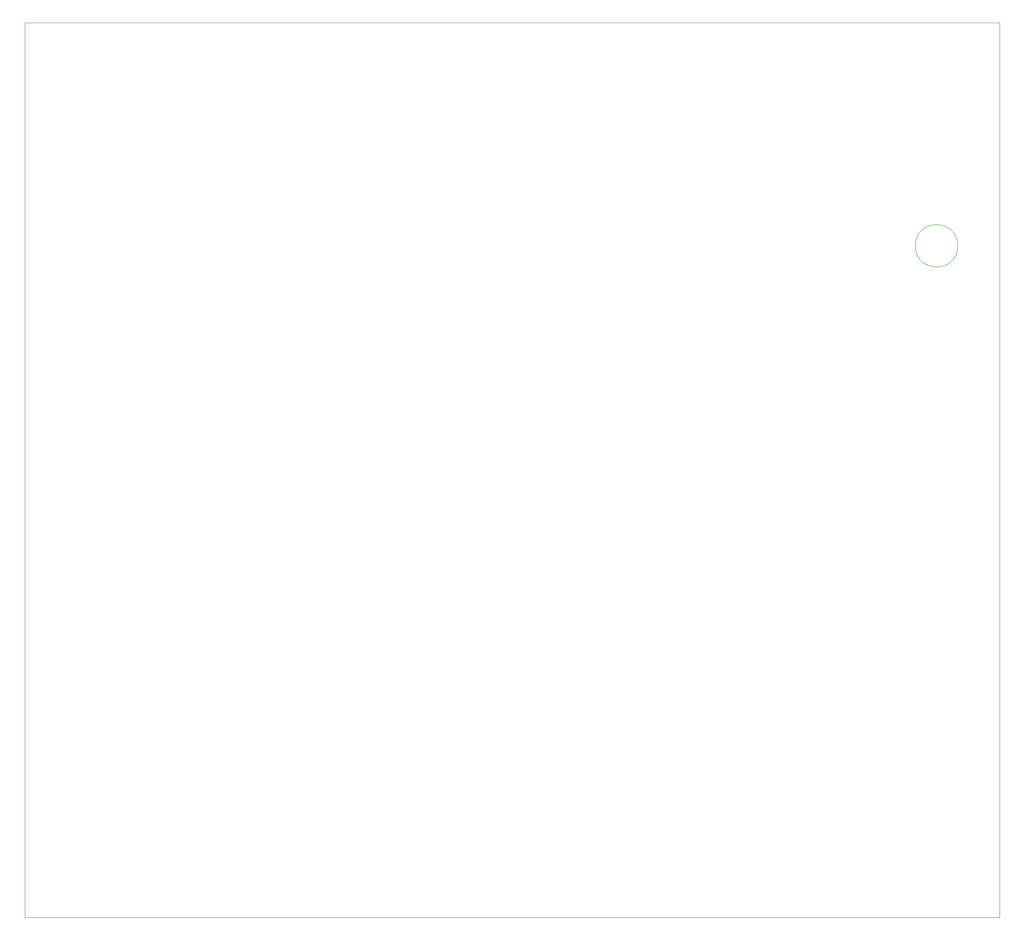
<source format=gbr>
%TF.GenerationSoftware,KiCad,Pcbnew,(6.0.0-0)*%
%TF.CreationDate,2022-03-14T18:00:23-04:00*%
%TF.ProjectId,Prototype-Board-2022,50726f74-6f74-4797-9065-2d426f617264,rev?*%
%TF.SameCoordinates,Original*%
%TF.FileFunction,Profile,NP*%
%FSLAX46Y46*%
G04 Gerber Fmt 4.6, Leading zero omitted, Abs format (unit mm)*
G04 Created by KiCad (PCBNEW (6.0.0-0)) date 2022-03-14 18:00:23*
%MOMM*%
%LPD*%
G01*
G04 APERTURE LIST*
%TA.AperFunction,Profile*%
%ADD10C,0.100000*%
%TD*%
%TA.AperFunction,Profile*%
%ADD11C,0.120000*%
%TD*%
G04 APERTURE END LIST*
D10*
X118618000Y-45720000D02*
X307848000Y-45720000D01*
X307848000Y-45720000D02*
X307848000Y-219456000D01*
X307848000Y-219456000D02*
X118618000Y-219456000D01*
X118618000Y-219456000D02*
X118618000Y-45720000D01*
D11*
%TO.C,REF\u002A\u002A*%
X299766000Y-89055533D02*
G75*
G03*
X299766000Y-89055533I-4110000J0D01*
G01*
%TD*%
M02*

</source>
